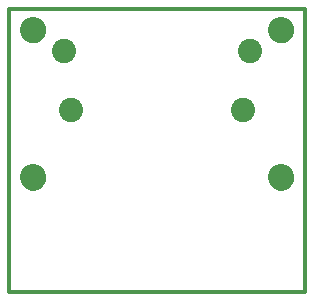
<source format=gbs>
G75*
%MOIN*%
%OFA0B0*%
%FSLAX24Y24*%
%IPPOS*%
%LPD*%
%AMOC8*
5,1,8,0,0,1.08239X$1,22.5*
%
%ADD10C,0.0118*%
%ADD11C,0.0000*%
%ADD12C,0.0867*%
%ADD13C,0.0808*%
D10*
X000159Y000169D02*
X000159Y009618D01*
X010002Y009618D01*
X010002Y000169D01*
X000159Y000169D01*
D11*
X000533Y003992D02*
X000535Y004032D01*
X000541Y004073D01*
X000551Y004112D01*
X000564Y004150D01*
X000582Y004187D01*
X000603Y004221D01*
X000627Y004254D01*
X000654Y004284D01*
X000684Y004311D01*
X000717Y004335D01*
X000751Y004356D01*
X000788Y004374D01*
X000826Y004387D01*
X000865Y004397D01*
X000906Y004403D01*
X000946Y004405D01*
X000986Y004403D01*
X001027Y004397D01*
X001066Y004387D01*
X001104Y004374D01*
X001141Y004356D01*
X001175Y004335D01*
X001208Y004311D01*
X001238Y004284D01*
X001265Y004254D01*
X001289Y004221D01*
X001310Y004187D01*
X001328Y004150D01*
X001341Y004112D01*
X001351Y004073D01*
X001357Y004032D01*
X001359Y003992D01*
X001357Y003952D01*
X001351Y003911D01*
X001341Y003872D01*
X001328Y003834D01*
X001310Y003797D01*
X001289Y003763D01*
X001265Y003730D01*
X001238Y003700D01*
X001208Y003673D01*
X001175Y003649D01*
X001141Y003628D01*
X001104Y003610D01*
X001066Y003597D01*
X001027Y003587D01*
X000986Y003581D01*
X000946Y003579D01*
X000906Y003581D01*
X000865Y003587D01*
X000826Y003597D01*
X000788Y003610D01*
X000751Y003628D01*
X000717Y003649D01*
X000684Y003673D01*
X000654Y003700D01*
X000627Y003730D01*
X000603Y003763D01*
X000582Y003797D01*
X000564Y003834D01*
X000551Y003872D01*
X000541Y003911D01*
X000535Y003952D01*
X000533Y003992D01*
X000533Y008913D02*
X000535Y008953D01*
X000541Y008994D01*
X000551Y009033D01*
X000564Y009071D01*
X000582Y009108D01*
X000603Y009142D01*
X000627Y009175D01*
X000654Y009205D01*
X000684Y009232D01*
X000717Y009256D01*
X000751Y009277D01*
X000788Y009295D01*
X000826Y009308D01*
X000865Y009318D01*
X000906Y009324D01*
X000946Y009326D01*
X000986Y009324D01*
X001027Y009318D01*
X001066Y009308D01*
X001104Y009295D01*
X001141Y009277D01*
X001175Y009256D01*
X001208Y009232D01*
X001238Y009205D01*
X001265Y009175D01*
X001289Y009142D01*
X001310Y009108D01*
X001328Y009071D01*
X001341Y009033D01*
X001351Y008994D01*
X001357Y008953D01*
X001359Y008913D01*
X001357Y008873D01*
X001351Y008832D01*
X001341Y008793D01*
X001328Y008755D01*
X001310Y008718D01*
X001289Y008684D01*
X001265Y008651D01*
X001238Y008621D01*
X001208Y008594D01*
X001175Y008570D01*
X001141Y008549D01*
X001104Y008531D01*
X001066Y008518D01*
X001027Y008508D01*
X000986Y008502D01*
X000946Y008500D01*
X000906Y008502D01*
X000865Y008508D01*
X000826Y008518D01*
X000788Y008531D01*
X000751Y008549D01*
X000717Y008570D01*
X000684Y008594D01*
X000654Y008621D01*
X000627Y008651D01*
X000603Y008684D01*
X000582Y008718D01*
X000564Y008755D01*
X000551Y008793D01*
X000541Y008832D01*
X000535Y008873D01*
X000533Y008913D01*
X008801Y008913D02*
X008803Y008953D01*
X008809Y008994D01*
X008819Y009033D01*
X008832Y009071D01*
X008850Y009108D01*
X008871Y009142D01*
X008895Y009175D01*
X008922Y009205D01*
X008952Y009232D01*
X008985Y009256D01*
X009019Y009277D01*
X009056Y009295D01*
X009094Y009308D01*
X009133Y009318D01*
X009174Y009324D01*
X009214Y009326D01*
X009254Y009324D01*
X009295Y009318D01*
X009334Y009308D01*
X009372Y009295D01*
X009409Y009277D01*
X009443Y009256D01*
X009476Y009232D01*
X009506Y009205D01*
X009533Y009175D01*
X009557Y009142D01*
X009578Y009108D01*
X009596Y009071D01*
X009609Y009033D01*
X009619Y008994D01*
X009625Y008953D01*
X009627Y008913D01*
X009625Y008873D01*
X009619Y008832D01*
X009609Y008793D01*
X009596Y008755D01*
X009578Y008718D01*
X009557Y008684D01*
X009533Y008651D01*
X009506Y008621D01*
X009476Y008594D01*
X009443Y008570D01*
X009409Y008549D01*
X009372Y008531D01*
X009334Y008518D01*
X009295Y008508D01*
X009254Y008502D01*
X009214Y008500D01*
X009174Y008502D01*
X009133Y008508D01*
X009094Y008518D01*
X009056Y008531D01*
X009019Y008549D01*
X008985Y008570D01*
X008952Y008594D01*
X008922Y008621D01*
X008895Y008651D01*
X008871Y008684D01*
X008850Y008718D01*
X008832Y008755D01*
X008819Y008793D01*
X008809Y008832D01*
X008803Y008873D01*
X008801Y008913D01*
X008801Y003992D02*
X008803Y004032D01*
X008809Y004073D01*
X008819Y004112D01*
X008832Y004150D01*
X008850Y004187D01*
X008871Y004221D01*
X008895Y004254D01*
X008922Y004284D01*
X008952Y004311D01*
X008985Y004335D01*
X009019Y004356D01*
X009056Y004374D01*
X009094Y004387D01*
X009133Y004397D01*
X009174Y004403D01*
X009214Y004405D01*
X009254Y004403D01*
X009295Y004397D01*
X009334Y004387D01*
X009372Y004374D01*
X009409Y004356D01*
X009443Y004335D01*
X009476Y004311D01*
X009506Y004284D01*
X009533Y004254D01*
X009557Y004221D01*
X009578Y004187D01*
X009596Y004150D01*
X009609Y004112D01*
X009619Y004073D01*
X009625Y004032D01*
X009627Y003992D01*
X009625Y003952D01*
X009619Y003911D01*
X009609Y003872D01*
X009596Y003834D01*
X009578Y003797D01*
X009557Y003763D01*
X009533Y003730D01*
X009506Y003700D01*
X009476Y003673D01*
X009443Y003649D01*
X009409Y003628D01*
X009372Y003610D01*
X009334Y003597D01*
X009295Y003587D01*
X009254Y003581D01*
X009214Y003579D01*
X009174Y003581D01*
X009133Y003587D01*
X009094Y003597D01*
X009056Y003610D01*
X009019Y003628D01*
X008985Y003649D01*
X008952Y003673D01*
X008922Y003700D01*
X008895Y003730D01*
X008871Y003763D01*
X008850Y003797D01*
X008832Y003834D01*
X008819Y003872D01*
X008809Y003911D01*
X008803Y003952D01*
X008801Y003992D01*
D12*
X009214Y003992D03*
X009214Y008913D03*
X000946Y008913D03*
X000946Y003992D03*
D13*
X002226Y006248D03*
X001990Y008197D03*
X007935Y006248D03*
X008171Y008197D03*
M02*

</source>
